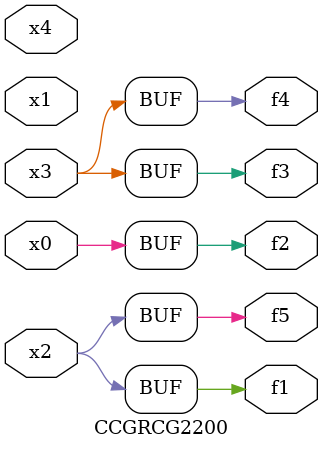
<source format=v>
module CCGRCG2200(
	input x0, x1, x2, x3, x4,
	output f1, f2, f3, f4, f5
);
	assign f1 = x2;
	assign f2 = x0;
	assign f3 = x3;
	assign f4 = x3;
	assign f5 = x2;
endmodule

</source>
